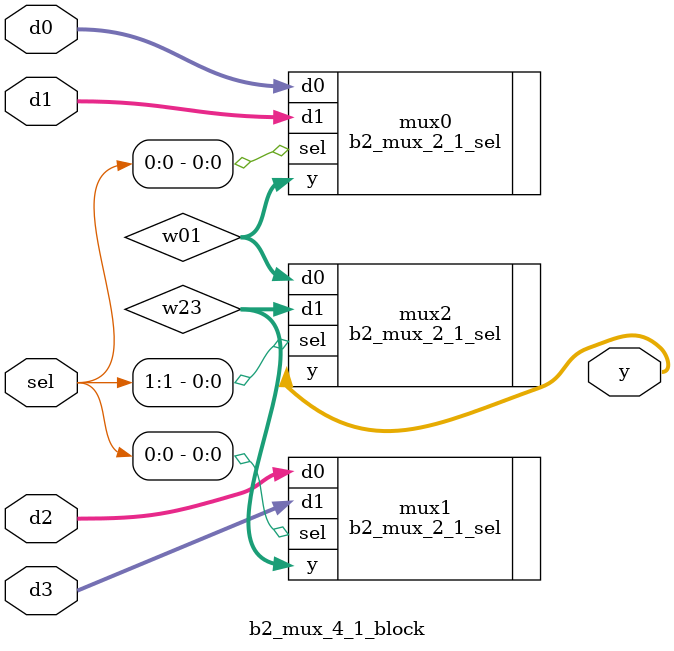
<source format=v>
module b2_mux_4_1_block
(
    input  [1:0] d0, d1, d2, d3,
    input  [1:0] sel,
    output [1:0] y
);
    wire [1:0] w01, w23;
    b2_mux_2_1_sel mux0(.d0(d0), .d1(d1), .sel(sel[0]), .y(w01));
    b2_mux_2_1_sel mux1(.d0(d2),.d1(d3), .sel(sel[0]), .y(w23));
    b2_mux_2_1_sel mux2(.d0(w01), .d1(w23), .sel(sel[1]), .y(y));
endmodule
</source>
